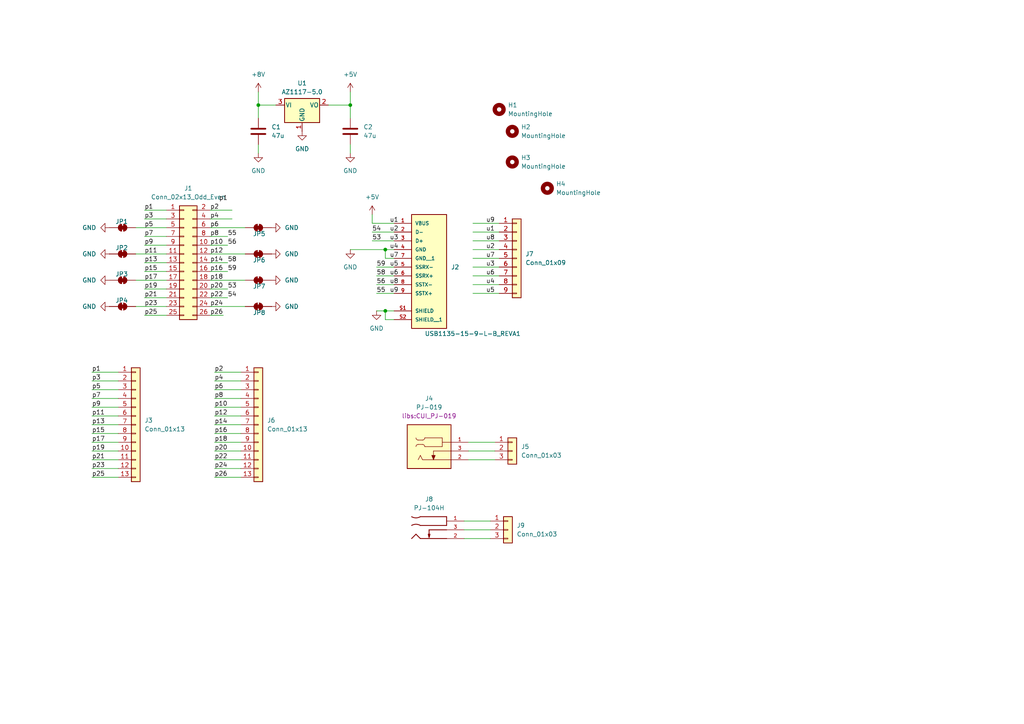
<source format=kicad_sch>
(kicad_sch (version 20250114) (generator "eeschema") (generator_version "9.0")
  (paper "A4")
  (lib_symbols
    (symbol "Connector_Generic:Conn_01x03" (pin_names (offset 1.016) (hide yes))
      (property "Reference" "J" (at 0 5.08 0))
      (property "Value" "Conn_01x03" (at 0 -5.08 0))
      (symbol "Conn_01x03_1_1"
        (rectangle (start -1.27 3.81) (end 1.27 -3.81) (stroke (width 0.254)) (fill (type background)))
        (rectangle (start -1.27 2.667) (end 0 2.413) (stroke (width 0.1524)))
        (rectangle (start -1.27 0.127) (end 0 -0.127) (stroke (width 0.1524)))
        (rectangle (start -1.27 -2.413) (end 0 -2.667) (stroke (width 0.1524)))
        (pin passive line (at -5.08 2.54 0) (length 3.81) (name "Pin_1") (number "1"))
        (pin passive line (at -5.08 0 0) (length 3.81) (name "Pin_2") (number "2"))
        (pin passive line (at -5.08 -2.54 0) (length 3.81) (name "Pin_3") (number "3"))
      )
    )
    (symbol "Connector_Generic:Conn_01x09" (pin_names (offset 1.016) (hide yes))
      (property "Reference" "J" (at 0 12.7 0))
      (property "Value" "Conn_01x09" (at 0 -12.7 0))
      (symbol "Conn_01x09_1_1"
        (rectangle (start -1.27 11.43) (end 1.27 -11.43) (stroke (width 0.254)) (fill (type background)))
        (rectangle (start -1.27 10.287) (end 0 10.033) (stroke (width 0.1524)))
        (rectangle (start -1.27 7.747) (end 0 7.493) (stroke (width 0.1524)))
        (rectangle (start -1.27 5.207) (end 0 4.953) (stroke (width 0.1524)))
        (rectangle (start -1.27 2.667) (end 0 2.413) (stroke (width 0.1524)))
        (rectangle (start -1.27 0.127) (end 0 -0.127) (stroke (width 0.1524)))
        (rectangle (start -1.27 -2.413) (end 0 -2.667) (stroke (width 0.1524)))
        (rectangle (start -1.27 -4.953) (end 0 -5.207) (stroke (width 0.1524)))
        (rectangle (start -1.27 -7.493) (end 0 -7.747) (stroke (width 0.1524)))
        (rectangle (start -1.27 -10.033) (end 0 -10.287) (stroke (width 0.1524)))
        (pin passive line (at -5.08 10.16 0) (length 3.81) (name "Pin_1") (number "1"))
        (pin passive line (at -5.08 7.62 0) (length 3.81) (name "Pin_2") (number "2"))
        (pin passive line (at -5.08 5.08 0) (length 3.81) (name "Pin_3") (number "3"))
        (pin passive line (at -5.08 2.54 0) (length 3.81) (name "Pin_4") (number "4"))
        (pin passive line (at -5.08 0 0) (length 3.81) (name "Pin_5") (number "5"))
        (pin passive line (at -5.08 -2.54 0) (length 3.81) (name "Pin_6") (number "6"))
        (pin passive line (at -5.08 -5.08 0) (length 3.81) (name "Pin_7") (number "7"))
        (pin passive line (at -5.08 -7.62 0) (length 3.81) (name "Pin_8") (number "8"))
        (pin passive line (at -5.08 -10.16 0) (length 3.81) (name "Pin_9") (number "9"))
      )
    )
    (symbol "Connector_Generic:Conn_01x13" (pin_names (offset 1.016) (hide yes))
      (property "Reference" "J" (at 0 17.78 0))
      (property "Value" "Conn_01x13" (at 0 -17.78 0))
      (symbol "Conn_01x13_1_1"
        (rectangle (start -1.27 16.51) (end 1.27 -16.51) (stroke (width 0.254)) (fill (type background)))
        (rectangle (start -1.27 15.367) (end 0 15.113) (stroke (width 0.1524)))
        (rectangle (start -1.27 12.827) (end 0 12.573) (stroke (width 0.1524)))
        (rectangle (start -1.27 10.287) (end 0 10.033) (stroke (width 0.1524)))
        (rectangle (start -1.27 7.747) (end 0 7.493) (stroke (width 0.1524)))
        (rectangle (start -1.27 5.207) (end 0 4.953) (stroke (width 0.1524)))
        (rectangle (start -1.27 2.667) (end 0 2.413) (stroke (width 0.1524)))
        (rectangle (start -1.27 0.127) (end 0 -0.127) (stroke (width 0.1524)))
        (rectangle (start -1.27 -2.413) (end 0 -2.667) (stroke (width 0.1524)))
        (rectangle (start -1.27 -4.953) (end 0 -5.207) (stroke (width 0.1524)))
        (rectangle (start -1.27 -7.493) (end 0 -7.747) (stroke (width 0.1524)))
        (rectangle (start -1.27 -10.033) (end 0 -10.287) (stroke (width 0.1524)))
        (rectangle (start -1.27 -12.573) (end 0 -12.827) (stroke (width 0.1524)))
        (rectangle (start -1.27 -15.113) (end 0 -15.367) (stroke (width 0.1524)))
        (pin passive line (at -5.08 15.24 0) (length 3.81) (name "Pin_1") (number "1"))
        (pin passive line (at -5.08 12.7 0) (length 3.81) (name "Pin_2") (number "2"))
        (pin passive line (at -5.08 10.16 0) (length 3.81) (name "Pin_3") (number "3"))
        (pin passive line (at -5.08 7.62 0) (length 3.81) (name "Pin_4") (number "4"))
        (pin passive line (at -5.08 5.08 0) (length 3.81) (name "Pin_5") (number "5"))
        (pin passive line (at -5.08 2.54 0) (length 3.81) (name "Pin_6") (number "6"))
        (pin passive line (at -5.08 0 0) (length 3.81) (name "Pin_7") (number "7"))
        (pin passive line (at -5.08 -2.54 0) (length 3.81) (name "Pin_8") (number "8"))
        (pin passive line (at -5.08 -5.08 0) (length 3.81) (name "Pin_9") (number "9"))
        (pin passive line (at -5.08 -7.62 0) (length 3.81) (name "Pin_10") (number "10"))
        (pin passive line (at -5.08 -10.16 0) (length 3.81) (name "Pin_11") (number "11"))
        (pin passive line (at -5.08 -12.7 0) (length 3.81) (name "Pin_12") (number "12"))
        (pin passive line (at -5.08 -15.24 0) (length 3.81) (name "Pin_13") (number "13"))
      )
    )
    (symbol "Connector_Generic:Conn_02x13_Odd_Even" (pin_names (offset 1.016) (hide yes))
      (property "Reference" "J" (at 1.27 17.78 0))
      (property "Value" "Conn_02x13_Odd_Even" (at 1.27 -17.78 0))
      (symbol "Conn_02x13_Odd_Even_1_1"
        (rectangle (start -1.27 16.51) (end 3.81 -16.51) (stroke (width 0.254)) (fill (type background)))
        (rectangle (start -1.27 15.367) (end 0 15.113) (stroke (width 0.1524)))
        (rectangle (start -1.27 12.827) (end 0 12.573) (stroke (width 0.1524)))
        (rectangle (start -1.27 10.287) (end 0 10.033) (stroke (width 0.1524)))
        (rectangle (start -1.27 7.747) (end 0 7.493) (stroke (width 0.1524)))
        (rectangle (start -1.27 5.207) (end 0 4.953) (stroke (width 0.1524)))
        (rectangle (start -1.27 2.667) (end 0 2.413) (stroke (width 0.1524)))
        (rectangle (start -1.27 0.127) (end 0 -0.127) (stroke (width 0.1524)))
        (rectangle (start -1.27 -2.413) (end 0 -2.667) (stroke (width 0.1524)))
        (rectangle (start -1.27 -4.953) (end 0 -5.207) (stroke (width 0.1524)))
        (rectangle (start -1.27 -7.493) (end 0 -7.747) (stroke (width 0.1524)))
        (rectangle (start -1.27 -10.033) (end 0 -10.287) (stroke (width 0.1524)))
        (rectangle (start -1.27 -12.573) (end 0 -12.827) (stroke (width 0.1524)))
        (rectangle (start -1.27 -15.113) (end 0 -15.367) (stroke (width 0.1524)))
        (rectangle (start 3.81 15.367) (end 2.54 15.113) (stroke (width 0.1524)))
        (rectangle (start 3.81 12.827) (end 2.54 12.573) (stroke (width 0.1524)))
        (rectangle (start 3.81 10.287) (end 2.54 10.033) (stroke (width 0.1524)))
        (rectangle (start 3.81 7.747) (end 2.54 7.493) (stroke (width 0.1524)))
        (rectangle (start 3.81 5.207) (end 2.54 4.953) (stroke (width 0.1524)))
        (rectangle (start 3.81 2.667) (end 2.54 2.413) (stroke (width 0.1524)))
        (rectangle (start 3.81 0.127) (end 2.54 -0.127) (stroke (width 0.1524)))
        (rectangle (start 3.81 -2.413) (end 2.54 -2.667) (stroke (width 0.1524)))
        (rectangle (start 3.81 -4.953) (end 2.54 -5.207) (stroke (width 0.1524)))
        (rectangle (start 3.81 -7.493) (end 2.54 -7.747) (stroke (width 0.1524)))
        (rectangle (start 3.81 -10.033) (end 2.54 -10.287) (stroke (width 0.1524)))
        (rectangle (start 3.81 -12.573) (end 2.54 -12.827) (stroke (width 0.1524)))
        (rectangle (start 3.81 -15.113) (end 2.54 -15.367) (stroke (width 0.1524)))
        (pin passive line (at -5.08 15.24 0) (length 3.81) (name "Pin_1") (number "1"))
        (pin passive line (at -5.08 12.7 0) (length 3.81) (name "Pin_3") (number "3"))
        (pin passive line (at -5.08 10.16 0) (length 3.81) (name "Pin_5") (number "5"))
        (pin passive line (at -5.08 7.62 0) (length 3.81) (name "Pin_7") (number "7"))
        (pin passive line (at -5.08 5.08 0) (length 3.81) (name "Pin_9") (number "9"))
        (pin passive line (at -5.08 2.54 0) (length 3.81) (name "Pin_11") (number "11"))
        (pin passive line (at -5.08 0 0) (length 3.81) (name "Pin_13") (number "13"))
        (pin passive line (at -5.08 -2.54 0) (length 3.81) (name "Pin_15") (number "15"))
        (pin passive line (at -5.08 -5.08 0) (length 3.81) (name "Pin_17") (number "17"))
        (pin passive line (at -5.08 -7.62 0) (length 3.81) (name "Pin_19") (number "19"))
        (pin passive line (at -5.08 -10.16 0) (length 3.81) (name "Pin_21") (number "21"))
        (pin passive line (at -5.08 -12.7 0) (length 3.81) (name "Pin_23") (number "23"))
        (pin passive line (at -5.08 -15.24 0) (length 3.81) (name "Pin_25") (number "25"))
        (pin passive line (at 7.62 15.24 180) (length 3.81) (name "Pin_2") (number "2"))
        (pin passive line (at 7.62 12.7 180) (length 3.81) (name "Pin_4") (number "4"))
        (pin passive line (at 7.62 10.16 180) (length 3.81) (name "Pin_6") (number "6"))
        (pin passive line (at 7.62 7.62 180) (length 3.81) (name "Pin_8") (number "8"))
        (pin passive line (at 7.62 5.08 180) (length 3.81) (name "Pin_10") (number "10"))
        (pin passive line (at 7.62 2.54 180) (length 3.81) (name "Pin_12") (number "12"))
        (pin passive line (at 7.62 0 180) (length 3.81) (name "Pin_14") (number "14"))
        (pin passive line (at 7.62 -2.54 180) (length 3.81) (name "Pin_16") (number "16"))
        (pin passive line (at 7.62 -5.08 180) (length 3.81) (name "Pin_18") (number "18"))
        (pin passive line (at 7.62 -7.62 180) (length 3.81) (name "Pin_20") (number "20"))
        (pin passive line (at 7.62 -10.16 180) (length 3.81) (name "Pin_22") (number "22"))
        (pin passive line (at 7.62 -12.7 180) (length 3.81) (name "Pin_24") (number "24"))
        (pin passive line (at 7.62 -15.24 180) (length 3.81) (name "Pin_26") (number "26"))
      )
    )
    (symbol "Device:C" (pin_numbers (hide yes)) (pin_names (offset 0.254))
      (property "Reference" "C" (at 0.635 2.54 0))
      (property "Value" "C" (at 0.635 -2.54 0))
      (symbol "C_0_1"
        (polyline (pts (xy -2.032 0.762) (xy 2.032 0.762)) (stroke (width 0.508)))
        (polyline (pts (xy -2.032 -0.762) (xy 2.032 -0.762)) (stroke (width 0.508)))
      )
      (symbol "C_1_1"
        (pin passive line (at 0 3.81 270) (length 2.794) (name "~") (number "1"))
        (pin passive line (at 0 -3.81 90) (length 2.794) (name "~") (number "2"))
      )
    )
    (symbol "Jumper:SolderJumper_2_Bridged" (pin_numbers (hide yes)) (pin_names (offset 0) (hide yes)) (in_bom no)
      (property "Reference" "JP" (at 0 2.032 0))
      (property "Value" "SolderJumper_2_Bridged" (at 0 -2.54 0))
      (symbol "SolderJumper_2_Bridged_0_1"
        (rectangle (start -0.508 0.508) (end 0.508 -0.508) (fill (type outline)))
        (polyline (pts (xy -0.254 1.016) (xy -0.254 -1.016)))
        (arc (start -0.254 -1.016) (mid -1.2656 0) (end -0.254 1.016))
        (arc (start -0.254 -1.016) (mid -1.2656 0) (end -0.254 1.016) (fill (type outline)))
        (arc (start 0.254 1.016) (mid 1.2656 0) (end 0.254 -1.016))
        (arc (start 0.254 1.016) (mid 1.2656 0) (end 0.254 -1.016) (fill (type outline)))
        (polyline (pts (xy 0.254 1.016) (xy 0.254 -1.016)))
      )
      (symbol "SolderJumper_2_Bridged_1_1"
        (pin passive line (at -3.81 0 0) (length 2.54) (name "A") (number "1"))
        (pin passive line (at 3.81 0 180) (length 2.54) (name "B") (number "2"))
      )
    )
    (symbol "Mechanical:MountingHole" (pin_names (offset 1.016)) (in_bom no)
      (property "Reference" "H" (at 0 5.08 0))
      (property "Value" "MountingHole" (at 0 3.175 0))
      (symbol "MountingHole_0_1"
        (circle (center 0 0) (radius 1.27) (stroke (width 1.27)))
      )
    )
    (symbol "PJ-019:PJ-019" (pin_names (offset 1.016))
      (property "Reference" "J" (at -7.62 5.588 0))
      (property "Value" "PJ-019" (at -7.62 -10.16 0))
      (property "Footprint" "libs:CUI_PJ-019" (at 0 0 0))
      (symbol "PJ-019_0_0"
        (rectangle (start -7.62 -7.62) (end 5.08 5.08) (stroke (width 0.254)) (fill (type background)))
        (arc (start -4.445 0.635) (mid -4.894 0.821) (end -5.08 1.27) (stroke (width 0.1524)))
        (polyline (pts (xy -4.445 -0.635) (xy -3.175 -0.635)) (stroke (width 0.1524)))
        (arc (start -5.08 -1.27) (mid -4.894 -0.821) (end -4.445 -0.635) (stroke (width 0.1524)))
        (polyline (pts (xy -3.81 -3.81) (xy -4.445 -5.08)) (stroke (width 0.1524)))
        (arc (start -2.54 1.27) (mid -2.726 0.821) (end -3.175 0.635) (stroke (width 0.1524)))
        (polyline (pts (xy -3.175 0.635) (xy -4.445 0.635)) (stroke (width 0.1524)))
        (arc (start -3.175 -0.635) (mid -2.726 -0.821) (end -2.54 -1.27) (stroke (width 0.1524)))
        (polyline (pts (xy -3.175 -5.08) (xy -3.81 -3.81)) (stroke (width 0.1524)))
        (polyline (pts (xy 0 -2.54) (xy 0 -5.08)) (stroke (width 0.1524)))
        (polyline (pts (xy 0 -2.54) (xy 5.08 -2.54)) (stroke (width 0.1524)))
        (polyline (pts (xy 0 -5.08) (xy -3.175 -5.08)) (stroke (width 0.1524)))
        (polyline (pts (xy 0 -5.08) (xy 5.08 -5.08)) (stroke (width 0.1524)))
        (polyline (pts (xy 0 -5.08) (xy -0.508 -3.81) (xy 0.508 -3.81) (xy 0 -5.08)) (stroke (width 0.1524)) (fill (type outline)))
        (polyline (pts (xy 2.54 1.27) (xy -2.54 1.27)) (stroke (width 0.1524)))
        (polyline (pts (xy 2.54 0) (xy 2.54 1.27)) (stroke (width 0.1524)))
        (polyline (pts (xy 2.54 0) (xy 5.08 0)) (stroke (width 0.1524)))
        (polyline (pts (xy 2.54 -1.27) (xy -2.54 -1.27)) (stroke (width 0.1524)))
        (polyline (pts (xy 2.54 -1.27) (xy 2.54 0)) (stroke (width 0.1524)))
        (pin passive line (at 10.16 0 180) (length 5.08) (name "~") (number "1"))
        (pin passive line (at 10.16 -2.54 180) (length 5.08) (name "~") (number "3"))
        (pin passive line (at 10.16 -5.08 180) (length 5.08) (name "~") (number "2"))
      )
    )
    (symbol "PJ-104H:PJ-104H" (pin_names (offset 1.016))
      (property "Reference" "J" (at -5.08 5.08 0))
      (property "Value" "PJ-104H" (at -5.08 -5.08 0))
      (symbol "PJ-104H_0_0"
        (polyline (pts (xy -5.08 -2.54) (xy -3.81 -1.27)) (stroke (width 0.254)))
        (arc (start -2.54 3.81) (mid -3.81 3.4697) (end -5.08 3.81) (stroke (width 0.254)))
        (arc (start -5.08 1.27) (mid -3.81 1.6103) (end -2.54 1.27) (stroke (width 0.254)))
        (polyline (pts (xy -3.81 -1.27) (xy -2.54 -2.54)) (stroke (width 0.254)))
        (polyline (pts (xy -2.54 -2.54) (xy 5.08 -2.54)) (stroke (width 0.254)))
        (polyline (pts (xy 0 0) (xy 0 -1.27)) (stroke (width 0.254)))
        (polyline (pts (xy 0 0) (xy 5.08 0)) (stroke (width 0.254)))
        (polyline (pts (xy 0 -2.286) (xy 0.254 -1.27) (xy -0.254 -1.27) (xy 0 -2.286)) (stroke (width 0.254)) (fill (type outline)))
        (polyline (pts (xy 5.08 3.81) (xy -2.54 3.81)) (stroke (width 0.254)))
        (polyline (pts (xy 5.08 3.81) (xy 5.08 1.27)) (stroke (width 0.254)))
        (polyline (pts (xy 5.08 1.27) (xy -2.54 1.27)) (stroke (width 0.254)))
        (pin passive line (at 10.16 2.54 180) (length 5.08) (name "~") (number "1"))
        (pin passive line (at 10.16 0 180) (length 5.08) (name "~") (number "3"))
        (pin passive line (at 10.16 -2.54 180) (length 5.08) (name "~") (number "2"))
      )
    )
    (symbol "Regulator_Linear:AZ1117-5.0" (pin_names (offset 0.254))
      (property "Reference" "U" (at -3.81 3.175 0))
      (property "Value" "AZ1117-5.0" (at 0 3.175 0))
      (symbol "AZ1117-5.0_0_1"
        (rectangle (start -5.08 1.905) (end 5.08 -5.08) (stroke (width 0.254)) (fill (type background)))
      )
      (symbol "AZ1117-5.0_1_1"
        (pin power_in line (at -7.62 0 0) (length 2.54) (name "VI") (number "3"))
        (pin power_in line (at 0 -7.62 90) (length 2.54) (name "GND") (number "1"))
        (pin power_out line (at 7.62 0 180) (length 2.54) (name "VO") (number "2"))
      )
    )
    (symbol "USB1135-15-9-L-B_REVA1:USB1135-15-9-L-B_REVA1" (pin_names (offset 1.016))
      (property "Reference" "J" (at -5.08 13.97 0))
      (property "Value" "USB1135-15-9-L-B_REVA1" (at -5.08 -22.86 0))
      (symbol "USB1135-15-9-L-B_REVA1_0_0"
        (rectangle (start -5.08 -20.32) (end 5.08 12.7) (stroke (width 0.254)) (fill (type background)))
        (pin power_in line (at -10.16 10.16 0) (length 5.08) (name "VBUS") (number "1"))
        (pin bidirectional line (at -10.16 7.62 0) (length 5.08) (name "D-") (number "2"))
        (pin bidirectional line (at -10.16 5.08 0) (length 5.08) (name "D+") (number "3"))
        (pin power_in line (at -10.16 2.54 0) (length 5.08) (name "GND") (number "4"))
        (pin power_in line (at -10.16 0 0) (length 5.08) (name "GND__1") (number "7"))
        (pin bidirectional line (at -10.16 -2.54 0) (length 5.08) (name "SSRX-") (number "5"))
        (pin bidirectional line (at -10.16 -5.08 0) (length 5.08) (name "SSRX+") (number "6"))
        (pin bidirectional line (at -10.16 -7.62 0) (length 5.08) (name "SSTX-") (number "8"))
        (pin bidirectional line (at -10.16 -10.16 0) (length 5.08) (name "SSTX+") (number "9"))
        (pin passive line (at -10.16 -15.24 0) (length 5.08) (name "SHIELD") (number "S1"))
        (pin passive line (at -10.16 -17.78 0) (length 5.08) (name "SHIELD__1") (number "S2"))
      )
    )
    (symbol "power:+5V" (power) (pin_numbers (hide yes)) (pin_names (offset 0) (hide yes))
      (property "Value" "+5V" (at 0 3.556 0))
      (symbol "+5V_0_1"
        (polyline (pts (xy -0.762 1.27) (xy 0 2.54)))
        (polyline (pts (xy 0 2.54) (xy 0.762 1.27)))
        (polyline (pts (xy 0 0) (xy 0 2.54)))
      )
      (symbol "+5V_1_1"
        (pin power_in line (at 0 0 90) (length 0) (name "~") (number "1"))
      )
    )
    (symbol "power:+8V" (power) (pin_numbers (hide yes)) (pin_names (offset 0) (hide yes))
      (property "Value" "+8V" (at 0 3.556 0))
      (symbol "+8V_0_1"
        (polyline (pts (xy -0.762 1.27) (xy 0 2.54)))
        (polyline (pts (xy 0 2.54) (xy 0.762 1.27)))
        (polyline (pts (xy 0 0) (xy 0 2.54)))
      )
      (symbol "+8V_1_1"
        (pin power_in line (at 0 0 90) (length 0) (name "~") (number "1"))
      )
    )
    (symbol "power:GND" (power) (pin_numbers (hide yes)) (pin_names (offset 0) (hide yes))
      (property "Value" "GND" (at 0 -3.81 0))
      (symbol "GND_0_1"
        (polyline (pts (xy 0 0) (xy 0 -1.27) (xy 1.27 -1.27) (xy 0 -2.54) (xy -1.27 -1.27) (xy 0 -1.27)))
      )
      (symbol "GND_1_1"
        (pin power_in line (at 0 0 270) (length 0) (name "~") (number "1"))
      )
    )
  )
  (junction (at 111.76 72.39))
  (junction (at 111.76 90.17))
  (junction (at 101.6 30.48))
  (junction (at 74.93 30.48))
  (wire (pts (xy 41.91 76.2) (xy 48.26 76.2)))
  (wire (pts (xy 26.67 115.57) (xy 34.29 115.57)))
  (wire (pts (xy 41.91 86.36) (xy 48.26 86.36)))
  (wire (pts (xy 137.16 64.77) (xy 144.78 64.77)))
  (wire (pts (xy 137.16 80.01) (xy 144.78 80.01)))
  (wire (pts (xy 62.23 107.95) (xy 69.85 107.95)))
  (wire (pts (xy 109.22 77.47) (xy 114.3 77.47)))
  (wire (pts (xy 62.23 133.35) (xy 69.85 133.35)))
  (wire (pts (xy 26.67 135.89) (xy 34.29 135.89)))
  (wire (pts (xy 60.96 78.74) (xy 66.04 78.74)))
  (wire (pts (xy 74.93 26.67) (xy 74.93 30.48)))
  (wire (pts (xy 74.93 30.48) (xy 80.01 30.48)))
  (wire (pts (xy 107.95 67.31) (xy 114.3 67.31)))
  (wire (pts (xy 101.6 41.91) (xy 101.6 44.45)))
  (wire (pts (xy 135.89 133.35) (xy 143.51 133.35)))
  (wire (pts (xy 41.91 78.74) (xy 48.26 78.74)))
  (wire (pts (xy 142.24 153.67) (xy 134.62 153.67)))
  (wire (pts (xy 114.3 92.71) (xy 111.76 92.71)))
  (wire (pts (xy 62.23 130.81) (xy 69.85 130.81)))
  (wire (pts (xy 111.76 74.93) (xy 111.76 72.39)))
  (wire (pts (xy 101.6 30.48) (xy 101.6 34.29)))
  (wire (pts (xy 101.6 26.67) (xy 101.6 30.48)))
  (wire (pts (xy 60.96 68.58) (xy 66.04 68.58)))
  (wire (pts (xy 26.67 128.27) (xy 34.29 128.27)))
  (wire (pts (xy 48.26 81.28) (xy 39.37 81.28)))
  (wire (pts (xy 41.91 91.44) (xy 48.26 91.44)))
  (wire (pts (xy 111.76 92.71) (xy 111.76 90.17)))
  (wire (pts (xy 62.23 113.03) (xy 69.85 113.03)))
  (wire (pts (xy 107.95 69.85) (xy 114.3 69.85)))
  (wire (pts (xy 62.23 128.27) (xy 69.85 128.27)))
  (wire (pts (xy 41.91 68.58) (xy 48.26 68.58)))
  (wire (pts (xy 26.67 138.43) (xy 34.29 138.43)))
  (wire (pts (xy 60.96 81.28) (xy 71.12 81.28)))
  (wire (pts (xy 137.16 82.55) (xy 144.78 82.55)))
  (wire (pts (xy 60.96 71.12) (xy 66.04 71.12)))
  (wire (pts (xy 26.67 118.11) (xy 34.29 118.11)))
  (wire (pts (xy 109.22 85.09) (xy 114.3 85.09)))
  (wire (pts (xy 60.96 76.2) (xy 66.04 76.2)))
  (wire (pts (xy 39.37 73.66) (xy 48.26 73.66)))
  (wire (pts (xy 26.67 107.95) (xy 34.29 107.95)))
  (wire (pts (xy 39.37 88.9) (xy 48.26 88.9)))
  (wire (pts (xy 60.96 60.96) (xy 67.31 60.96)))
  (wire (pts (xy 137.16 69.85) (xy 144.78 69.85)))
  (wire (pts (xy 101.6 72.39) (xy 111.76 72.39)))
  (wire (pts (xy 62.23 135.89) (xy 69.85 135.89)))
  (wire (pts (xy 26.67 113.03) (xy 34.29 113.03)))
  (wire (pts (xy 60.96 73.66) (xy 71.12 73.66)))
  (wire (pts (xy 107.95 64.77) (xy 107.95 62.23)))
  (wire (pts (xy 114.3 64.77) (xy 107.95 64.77)))
  (wire (pts (xy 62.23 115.57) (xy 69.85 115.57)))
  (wire (pts (xy 137.16 67.31) (xy 144.78 67.31)))
  (wire (pts (xy 135.89 130.81) (xy 143.51 130.81)))
  (wire (pts (xy 26.67 110.49) (xy 34.29 110.49)))
  (wire (pts (xy 60.96 86.36) (xy 66.04 86.36)))
  (wire (pts (xy 26.67 130.81) (xy 34.29 130.81)))
  (wire (pts (xy 62.23 110.49) (xy 69.85 110.49)))
  (wire (pts (xy 62.23 123.19) (xy 69.85 123.19)))
  (wire (pts (xy 74.93 41.91) (xy 74.93 44.45)))
  (wire (pts (xy 60.96 88.9) (xy 71.12 88.9)))
  (wire (pts (xy 26.67 120.65) (xy 34.29 120.65)))
  (wire (pts (xy 111.76 90.17) (xy 114.3 90.17)))
  (wire (pts (xy 62.23 118.11) (xy 69.85 118.11)))
  (wire (pts (xy 74.93 34.29) (xy 74.93 30.48)))
  (wire (pts (xy 41.91 60.96) (xy 48.26 60.96)))
  (wire (pts (xy 39.37 66.04) (xy 48.26 66.04)))
  (wire (pts (xy 95.25 30.48) (xy 101.6 30.48)))
  (wire (pts (xy 111.76 72.39) (xy 114.3 72.39)))
  (wire (pts (xy 41.91 63.5) (xy 48.26 63.5)))
  (wire (pts (xy 137.16 72.39) (xy 144.78 72.39)))
  (wire (pts (xy 62.23 138.43) (xy 69.85 138.43)))
  (wire (pts (xy 109.22 82.55) (xy 114.3 82.55)))
  (wire (pts (xy 60.96 63.5) (xy 67.31 63.5)))
  (wire (pts (xy 26.67 125.73) (xy 34.29 125.73)))
  (wire (pts (xy 26.67 133.35) (xy 34.29 133.35)))
  (wire (pts (xy 142.24 156.21) (xy 134.62 156.21)))
  (wire (pts (xy 62.23 125.73) (xy 69.85 125.73)))
  (wire (pts (xy 137.16 77.47) (xy 144.78 77.47)))
  (wire (pts (xy 135.89 128.27) (xy 143.51 128.27)))
  (wire (pts (xy 62.23 120.65) (xy 69.85 120.65)))
  (wire (pts (xy 109.22 90.17) (xy 111.76 90.17)))
  (wire (pts (xy 137.16 85.09) (xy 144.78 85.09)))
  (wire (pts (xy 60.96 83.82) (xy 66.04 83.82)))
  (wire (pts (xy 26.67 123.19) (xy 34.29 123.19)))
  (wire (pts (xy 114.3 74.93) (xy 111.76 74.93)))
  (wire (pts (xy 60.96 91.44) (xy 64.77 91.44)))
  (wire (pts (xy 142.24 151.13) (xy 134.62 151.13)))
  (wire (pts (xy 41.91 71.12) (xy 48.26 71.12)))
  (wire (pts (xy 137.16 74.93) (xy 144.78 74.93)))
  (wire (pts (xy 41.91 83.82) (xy 48.26 83.82)))
  (wire (pts (xy 60.96 66.04) (xy 71.12 66.04)))
  (wire (pts (xy 109.22 80.01) (xy 114.3 80.01)))
  (label "p1" (at 41.91 60.96 0))
  (label "p6" (at 62.23 113.03 0))
  (label "u1" (at 140.97 67.31 0))
  (label "p7" (at 41.91 68.58 0))
  (label "p9" (at 41.91 71.12 0))
  (label "p21" (at 26.67 133.35 0))
  (label "u9" (at 113.03 85.09 0))
  (label "p23" (at 26.67 135.89 0))
  (label "u2" (at 113.03 67.31 0))
  (label "58" (at 66.04 76.2 0))
  (label "58" (at 109.22 80.01 0))
  (label "p24" (at 62.23 135.89 0))
  (label "u9" (at 140.97 64.77 0))
  (label "u3" (at 140.97 77.47 0))
  (label "p16" (at 62.23 125.73 0))
  (label "p10" (at 60.96 71.12 0))
  (label "p13" (at 26.67 123.19 0))
  (label "p1" (at 63.5 58.42 0))
  (label "p2" (at 62.23 107.95 0))
  (label "p19" (at 26.67 130.81 0))
  (label "p15" (at 41.91 78.74 0))
  (label "p26" (at 60.96 91.44 0))
  (label "p5" (at 41.91 66.04 0))
  (label "56" (at 66.04 71.12 0))
  (label "p13" (at 41.91 76.2 0))
  (label "p14" (at 62.23 123.19 0))
  (label "p3" (at 41.91 63.5 0))
  (label "u8" (at 113.03 82.55 0))
  (label "p12" (at 60.96 73.66 0))
  (label "p2" (at 60.96 60.96 0))
  (label "u7" (at 140.97 74.93 0))
  (label "p18" (at 60.96 81.28 0))
  (label "53" (at 107.95 69.85 0))
  (label "p19" (at 41.91 83.82 0))
  (label "54" (at 107.95 67.31 0))
  (label "p11" (at 41.91 73.66 0))
  (label "u6" (at 140.97 80.01 0))
  (label "p24" (at 60.96 88.9 0))
  (label "p10" (at 62.23 118.11 0))
  (label "p20" (at 62.23 130.81 0))
  (label "u5" (at 113.03 77.47 0))
  (label "u1" (at 113.03 64.77 0))
  (label "p17" (at 41.91 81.28 0))
  (label "p4" (at 60.96 63.5 0))
  (label "p23" (at 41.91 88.9 0))
  (label "p8" (at 60.96 68.58 0))
  (label "p3" (at 26.67 110.49 0))
  (label "p12" (at 62.23 120.65 0))
  (label "p8" (at 62.23 115.57 0))
  (label "u4" (at 113.03 72.39 0))
  (label "p18" (at 62.23 128.27 0))
  (label "u3" (at 113.03 69.85 0))
  (label "53" (at 66.04 83.82 0))
  (label "u5" (at 140.97 85.09 0))
  (label "p9" (at 26.67 118.11 0))
  (label "p1" (at 26.67 107.95 0))
  (label "56" (at 109.22 82.55 0))
  (label "p11" (at 26.67 120.65 0))
  (label "p25" (at 41.91 91.44 0))
  (label "p15" (at 26.67 125.73 0))
  (label "59" (at 109.22 77.47 0))
  (label "p21" (at 41.91 86.36 0))
  (label "p20" (at 60.96 83.82 0))
  (label "p22" (at 62.23 133.35 0))
  (label "p6" (at 60.96 66.04 0))
  (label "u4" (at 140.97 82.55 0))
  (label "u8" (at 140.97 69.85 0))
  (label "55" (at 66.04 68.58 0))
  (label "p22" (at 60.96 86.36 0))
  (label "p25" (at 26.67 138.43 0))
  (label "p5" (at 26.67 113.03 0))
  (label "u7" (at 113.03 74.93 0))
  (label "p7" (at 26.67 115.57 0))
  (label "59" (at 66.04 78.74 0))
  (label "p17" (at 26.67 128.27 0))
  (label "55" (at 109.22 85.09 0))
  (label "p4" (at 62.23 110.49 0))
  (label "p16" (at 60.96 78.74 0))
  (label "u2" (at 140.97 72.39 0))
  (label "u6" (at 113.03 80.01 0))
  (label "p26" (at 62.23 138.43 0))
  (label "p14" (at 60.96 76.2 0))
  (label "54" (at 66.04 86.36 0))
  (symbol (lib_id "power:+5V") (at 107.95 62.23 0) (unit 1)
    (property "Reference" "#PWR07" (effects (hide yes)))
    (property "Value" "+5V" (at 107.95 57.15 0))
    (property "Description" "Power symbol creates a global label with name \"+5V\"" (effects (hide yes)))
  )
  (symbol (lib_id "power:GND") (at 109.22 90.17 0) (unit 1)
    (property "Reference" "#PWR09" (effects (hide yes)))
    (property "Value" "GND" (at 109.22 95.25 0))
    (property "Description" "Power symbol creates a global label with name \"GND\" , ground" (effects (hide yes)))
  )
  (symbol (lib_id "Jumper:SolderJumper_2_Bridged") (at 74.93 88.9 180) (unit 1) (in_bom no)
    (property "Reference" "JP8" (at 75.184 90.678 0))
    (property "Value" "SolderJumper_2_Bridged" (effects (hide yes)))
    (property "Footprint" "Jumper:SolderJumper-2_P1.3mm_Bridged_RoundedPad1.0x1.5mm" (effects (hide yes)))
    (property "Description" "Solder Jumper, 2-pole, closed/bridged" (effects (hide yes)))
  )
  (symbol (lib_id "power:GND") (at 78.74 88.9 90) (unit 1)
    (property "Reference" "#PWR016" (effects (hide yes)))
    (property "Value" "GND" (at 82.55 88.9001 90) (effects (justify right)))
    (property "Description" "Power symbol creates a global label with name \"GND\" , ground" (effects (hide yes)))
  )
  (symbol (lib_id "Mechanical:MountingHole") (at 144.78 31.75 0) (unit 1) (in_bom no)
    (property "Reference" "H1" (at 147.32 30.4799 0) (effects (justify left)))
    (property "Value" "MountingHole" (at 147.32 33.0199 0) (effects (justify left)))
    (property "Footprint" "MountingHole:MountingHole_2.5mm" (effects (hide yes)))
    (property "Description" "Mounting Hole without connection" (effects (hide yes)))
  )
  (symbol (lib_id "Connector_Generic:Conn_01x09") (at 149.86 74.93 0) (unit 1)
    (property "Reference" "J7" (at 152.4 73.6599 0) (effects (justify left)))
    (property "Value" "Conn_01x09" (at 152.4 76.1999 0) (effects (justify left)))
    (property "Footprint" "Connector_PinHeader_2.54mm:PinHeader_1x09_P2.54mm_Vertical" (effects (hide yes)))
    (property "Description" "Generic connector, single row, 01x09, script generated (kicad-library-utils/schlib/autogen/connector/)" (effects (hide yes)))
  )
  (symbol (lib_id "power:GND") (at 101.6 44.45 0) (unit 1)
    (property "Reference" "#PWR02" (effects (hide yes)))
    (property "Value" "GND" (at 101.6 49.53 0))
    (property "Description" "Power symbol creates a global label with name \"GND\" , ground" (effects (hide yes)))
  )
  (symbol (lib_id "power:GND") (at 31.75 81.28 270) (unit 1)
    (property "Reference" "#PWR05" (effects (hide yes)))
    (property "Value" "GND" (at 27.94 81.2799 90) (effects (justify right)))
    (property "Description" "Power symbol creates a global label with name \"GND\" , ground" (effects (hide yes)))
  )
  (symbol (lib_id "Mechanical:MountingHole") (at 148.59 38.1 0) (unit 1) (in_bom no)
    (property "Reference" "H2" (at 151.13 36.8299 0) (effects (justify left)))
    (property "Value" "MountingHole" (at 151.13 39.3699 0) (effects (justify left)))
    (property "Footprint" "MountingHole:MountingHole_2.5mm" (effects (hide yes)))
    (property "Description" "Mounting Hole without connection" (effects (hide yes)))
  )
  (symbol (lib_id "Jumper:SolderJumper_2_Bridged") (at 74.93 66.04 180) (unit 1) (in_bom no)
    (property "Reference" "JP5" (at 75.184 67.818 0))
    (property "Value" "SolderJumper_2_Bridged" (effects (hide yes)))
    (property "Footprint" "Jumper:SolderJumper-2_P1.3mm_Open_RoundedPad1.0x1.5mm" (effects (hide yes)))
    (property "Description" "Solder Jumper, 2-pole, closed/bridged" (effects (hide yes)))
  )
  (symbol (lib_id "Jumper:SolderJumper_2_Bridged") (at 35.56 88.9 0) (unit 1) (in_bom no)
    (property "Reference" "JP4" (at 35.306 87.122 0))
    (property "Value" "SolderJumper_2_Bridged" (effects (hide yes)))
    (property "Footprint" "Jumper:SolderJumper-2_P1.3mm_Bridged_RoundedPad1.0x1.5mm" (effects (hide yes)))
    (property "Description" "Solder Jumper, 2-pole, closed/bridged" (effects (hide yes)))
  )
  (symbol (lib_id "Regulator_Linear:AZ1117-5.0") (at 87.63 30.48 0) (unit 1)
    (property "Reference" "U1" (at 87.63 24.13 0))
    (property "Value" "AZ1117-5.0" (at 87.63 26.67 0))
    (property "Footprint" "Package_TO_SOT_SMD:TO-252-2" (effects (hide yes)))
    (property "Datasheet" "https://www.diodes.com/assets/Datasheets/AZ1117.pdf" (effects (hide yes)))
    (property "Description" "1A 20V Fixed LDO Linear Regulator, 5.0V, SOT-89/SOT-223/TO-220/TO-252/TO-263" (effects (hide yes)))
  )
  (symbol (lib_id "power:GND") (at 74.93 44.45 0) (unit 1)
    (property "Reference" "#PWR01" (effects (hide yes)))
    (property "Value" "GND" (at 74.93 49.53 0))
    (property "Description" "Power symbol creates a global label with name \"GND\" , ground" (effects (hide yes)))
  )
  (symbol (lib_id "power:GND") (at 87.63 38.1 0) (unit 1)
    (property "Reference" "#PWR012" (effects (hide yes)))
    (property "Value" "GND" (at 87.63 43.18 0))
    (property "Description" "Power symbol creates a global label with name \"GND\" , ground" (effects (hide yes)))
  )
  (symbol (lib_id "Connector_Generic:Conn_01x03") (at 147.32 153.67 0) (unit 1)
    (property "Reference" "J9" (at 149.86 152.3999 0) (effects (justify left)))
    (property "Value" "Conn_01x03" (at 149.86 154.9399 0) (effects (justify left)))
    (property "Footprint" "Connector_PinHeader_2.54mm:PinHeader_1x03_P2.54mm_Vertical" (effects (hide yes)))
    (property "Description" "Generic connector, single row, 01x03, script generated (kicad-library-utils/schlib/autogen/connector/)" (effects (hide yes)))
  )
  (symbol (lib_id "Mechanical:MountingHole") (at 158.75 54.61 0) (unit 1) (in_bom no)
    (property "Reference" "H4" (at 161.29 53.3399 0) (effects (justify left)))
    (property "Value" "MountingHole" (at 161.29 55.8799 0) (effects (justify left)))
    (property "Footprint" "MountingHole:MountingHole_2.5mm" (effects (hide yes)))
    (property "Description" "Mounting Hole without connection" (effects (hide yes)))
  )
  (symbol (lib_id "Connector_Generic:Conn_01x13") (at 74.93 123.19 0) (unit 1)
    (property "Reference" "J6" (at 77.47 121.9199 0) (effects (justify left)))
    (property "Value" "Conn_01x13" (at 77.47 124.4599 0) (effects (justify left)))
    (property "Footprint" "Connector_PinHeader_2.54mm:PinHeader_1x13_P2.54mm_Vertical" (effects (hide yes)))
    (property "Description" "Generic connector, single row, 01x13, script generated (kicad-library-utils/schlib/autogen/connector/)" (effects (hide yes)))
  )
  (symbol (lib_id "power:GND") (at 101.6 72.39 0) (unit 1)
    (property "Reference" "#PWR08" (effects (hide yes)))
    (property "Value" "GND" (at 101.6 77.47 0))
    (property "Description" "Power symbol creates a global label with name \"GND\" , ground" (effects (hide yes)))
  )
  (symbol (lib_id "Device:C") (at 74.93 38.1 0) (unit 1)
    (property "Reference" "C1" (at 78.74 36.8299 0) (effects (justify left)))
    (property "Value" "47u" (at 78.74 39.3699 0) (effects (justify left)))
    (property "Footprint" "Capacitor_SMD:C_1210_3225Metric_Pad1.33x2.70mm_HandSolder" (effects (hide yes)))
    (property "Description" "Unpolarized capacitor" (effects (hide yes)))
  )
  (symbol (lib_id "power:GND") (at 78.74 66.04 90) (unit 1)
    (property "Reference" "#PWR013" (effects (hide yes)))
    (property "Value" "GND" (at 82.55 66.0401 90) (effects (justify right)))
    (property "Description" "Power symbol creates a global label with name \"GND\" , ground" (effects (hide yes)))
  )
  (symbol (lib_id "Connector_Generic:Conn_02x13_Odd_Even") (at 53.34 76.2 0) (unit 1)
    (property "Reference" "J1" (at 54.61 54.61 0))
    (property "Value" "Conn_02x13_Odd_Even" (at 54.61 57.15 0))
    (property "Footprint" "pogo1:dell 72xx pogo" (effects (hide yes)))
    (property "Description" "Generic connector, double row, 02x13, odd/even pin numbering scheme (row 1 odd numbers, row 2 even numbers), script generated (kicad-library-utils/schlib/autogen/connector/)" (effects (hide yes)))
  )
  (symbol (lib_id "Connector_Generic:Conn_01x13") (at 39.37 123.19 0) (unit 1)
    (property "Reference" "J3" (at 41.91 121.9199 0) (effects (justify left)))
    (property "Value" "Conn_01x13" (at 41.91 124.4599 0) (effects (justify left)))
    (property "Footprint" "Connector_PinHeader_2.54mm:PinHeader_1x13_P2.54mm_Vertical" (effects (hide yes)))
    (property "Description" "Generic connector, single row, 01x13, script generated (kicad-library-utils/schlib/autogen/connector/)" (effects (hide yes)))
  )
  (symbol (lib_id "PJ-019:PJ-019") (at 125.73 128.27 0) (unit 1)
    (property "Reference" "J4" (at 124.46 115.57 0))
    (property "Value" "PJ-019" (at 124.46 118.11 0))
    (property "Footprint" "libs:CUI_PJ-019" (at 124.46 120.65 0))
    (property "PARTREV" "1.05" (effects (hide yes)))
    (property "STANDARD" "Manufacturer Recommendations" (effects (hide yes)))
    (property "MAXIMUM_PACKAGE_HEIGHT" "11.7mm" (effects (hide yes)))
    (property "MANUFACTURER" "CUI Devices" (effects (hide yes)))
  )
  (symbol (lib_id "power:+5V") (at 101.6 26.67 0) (unit 1)
    (property "Reference" "#PWR06" (effects (hide yes)))
    (property "Value" "+5V" (at 101.6 21.59 0))
    (property "Description" "Power symbol creates a global label with name \"+5V\"" (effects (hide yes)))
  )
  (symbol (lib_id "Mechanical:MountingHole") (at 148.59 46.99 0) (unit 1) (in_bom no)
    (property "Reference" "H3" (at 151.13 45.7199 0) (effects (justify left)))
    (property "Value" "MountingHole" (at 151.13 48.2599 0) (effects (justify left)))
    (property "Footprint" "MountingHole:MountingHole_2.5mm" (effects (hide yes)))
    (property "Description" "Mounting Hole without connection" (effects (hide yes)))
  )
  (symbol (lib_id "Connector_Generic:Conn_01x03") (at 148.59 130.81 0) (unit 1)
    (property "Reference" "J5" (at 151.13 129.5399 0) (effects (justify left)))
    (property "Value" "Conn_01x03" (at 151.13 132.0799 0) (effects (justify left)))
    (property "Footprint" "Connector_PinHeader_2.54mm:PinHeader_1x03_P2.54mm_Vertical" (effects (hide yes)))
    (property "Description" "Generic connector, single row, 01x03, script generated (kicad-library-utils/schlib/autogen/connector/)" (effects (hide yes)))
  )
  (symbol (lib_id "power:GND") (at 31.75 73.66 270) (unit 1)
    (property "Reference" "#PWR04" (effects (hide yes)))
    (property "Value" "GND" (at 27.94 73.6599 90) (effects (justify right)))
    (property "Description" "Power symbol creates a global label with name \"GND\" , ground" (effects (hide yes)))
  )
  (symbol (lib_id "Device:C") (at 101.6 38.1 0) (unit 1)
    (property "Reference" "C2" (at 105.41 36.8299 0) (effects (justify left)))
    (property "Value" "47u" (at 105.41 39.3699 0) (effects (justify left)))
    (property "Footprint" "Capacitor_SMD:C_1210_3225Metric_Pad1.33x2.70mm_HandSolder" (effects (hide yes)))
    (property "Description" "Unpolarized capacitor" (effects (hide yes)))
  )
  (symbol (lib_id "Jumper:SolderJumper_2_Bridged") (at 74.93 81.28 180) (unit 1) (in_bom no)
    (property "Reference" "JP7" (at 75.184 83.058 0))
    (property "Value" "SolderJumper_2_Bridged" (effects (hide yes)))
    (property "Footprint" "Jumper:SolderJumper-2_P1.3mm_Bridged_RoundedPad1.0x1.5mm" (effects (hide yes)))
    (property "Description" "Solder Jumper, 2-pole, closed/bridged" (effects (hide yes)))
  )
  (symbol (lib_id "Jumper:SolderJumper_2_Bridged") (at 35.56 66.04 0) (unit 1) (in_bom no)
    (property "Reference" "JP1" (at 35.306 64.262 0))
    (property "Value" "SolderJumper_2_Bridged" (effects (hide yes)))
    (property "Footprint" "Jumper:SolderJumper-2_P1.3mm_Open_RoundedPad1.0x1.5mm" (effects (hide yes)))
    (property "Description" "Solder Jumper, 2-pole, closed/bridged" (effects (hide yes)))
  )
  (symbol (lib_id "power:GND") (at 78.74 81.28 90) (unit 1)
    (property "Reference" "#PWR015" (effects (hide yes)))
    (property "Value" "GND" (at 82.55 81.2801 90) (effects (justify right)))
    (property "Description" "Power symbol creates a global label with name \"GND\" , ground" (effects (hide yes)))
  )
  (symbol (lib_id "Jumper:SolderJumper_2_Bridged") (at 35.56 73.66 0) (unit 1) (in_bom no)
    (property "Reference" "JP2" (at 35.306 71.882 0))
    (property "Value" "SolderJumper_2_Bridged" (effects (hide yes)))
    (property "Footprint" "Jumper:SolderJumper-2_P1.3mm_Bridged_RoundedPad1.0x1.5mm" (effects (hide yes)))
    (property "Description" "Solder Jumper, 2-pole, closed/bridged" (effects (hide yes)))
  )
  (symbol (lib_id "PJ-104H:PJ-104H") (at 124.46 153.67 0) (unit 1)
    (property "Reference" "J8" (at 124.46 144.78 0))
    (property "Value" "PJ-104H" (at 124.46 147.32 0))
    (property "Footprint" "PJ_104H:SAMESKY_PJ-104H" (effects (hide yes)))
    (property "PARTREV" "1.0" (effects (hide yes)))
    (property "STANDARD" "Manufacturer Recommendations" (effects (hide yes)))
    (property "MAXIMUM_PACKAGE_HEIGHT" "7.8mm" (effects (hide yes)))
    (property "MANUFACTURER" "Same Sky" (effects (hide yes)))
  )
  (symbol (lib_id "power:GND") (at 31.75 66.04 270) (unit 1)
    (property "Reference" "#PWR011" (effects (hide yes)))
    (property "Value" "GND" (at 27.94 66.0399 90) (effects (justify right)))
    (property "Description" "Power symbol creates a global label with name \"GND\" , ground" (effects (hide yes)))
  )
  (symbol (lib_id "power:GND") (at 31.75 88.9 270) (unit 1)
    (property "Reference" "#PWR010" (effects (hide yes)))
    (property "Value" "GND" (at 27.94 88.8999 90) (effects (justify right)))
    (property "Description" "Power symbol creates a global label with name \"GND\" , ground" (effects (hide yes)))
  )
  (symbol (lib_id "Jumper:SolderJumper_2_Bridged") (at 35.56 81.28 0) (unit 1) (in_bom no)
    (property "Reference" "JP3" (at 35.306 79.502 0))
    (property "Value" "SolderJumper_2_Bridged" (effects (hide yes)))
    (property "Footprint" "Jumper:SolderJumper-2_P1.3mm_Bridged_RoundedPad1.0x1.5mm" (effects (hide yes)))
    (property "Description" "Solder Jumper, 2-pole, closed/bridged" (effects (hide yes)))
  )
  (symbol (lib_id "power:GND") (at 78.74 73.66 90) (unit 1)
    (property "Reference" "#PWR014" (effects (hide yes)))
    (property "Value" "GND" (at 82.55 73.6601 90) (effects (justify right)))
    (property "Description" "Power symbol creates a global label with name \"GND\" , ground" (effects (hide yes)))
  )
  (symbol (lib_id "USB1135-15-9-L-B_REVA1:USB1135-15-9-L-B_REVA1") (at 124.46 74.93 0) (unit 1)
    (property "Reference" "J2" (at 130.81 77.4699 0) (effects (justify left)))
    (property "Value" "USB1135-15-9-L-B_REVA1" (at 123.19 96.774 0) (effects (justify left)))
    (property "Footprint" "usb:GCT_USB1135-15-9-L-B_REVA1" (effects (hide yes)))
    (property "PARTREV" "A1" (effects (hide yes)))
    (property "MANUFACTURER" "GCT" (effects (hide yes)))
    (property "MAXIMUM_PACKAGE_HEIGHT" "7.2 mm" (effects (hide yes)))
    (property "STANDARD" "Manufacturer Recommendations" (effects (hide yes)))
  )
  (symbol (lib_id "power:+8V") (at 74.93 26.67 0) (unit 1)
    (property "Reference" "#PWR03" (effects (hide yes)))
    (property "Value" "+8V" (at 74.93 21.59 0))
    (property "Description" "Power symbol creates a global label with name \"+8V\"" (effects (hide yes)))
  )
  (symbol (lib_id "Jumper:SolderJumper_2_Bridged") (at 74.93 73.66 180) (unit 1) (in_bom no)
    (property "Reference" "JP6" (at 75.184 75.438 0))
    (property "Value" "SolderJumper_2_Bridged" (effects (hide yes)))
    (property "Footprint" "Jumper:SolderJumper-2_P1.3mm_Bridged_RoundedPad1.0x1.5mm" (effects (hide yes)))
    (property "Description" "Solder Jumper, 2-pole, closed/bridged" (effects (hide yes)))
  )
)
</source>
